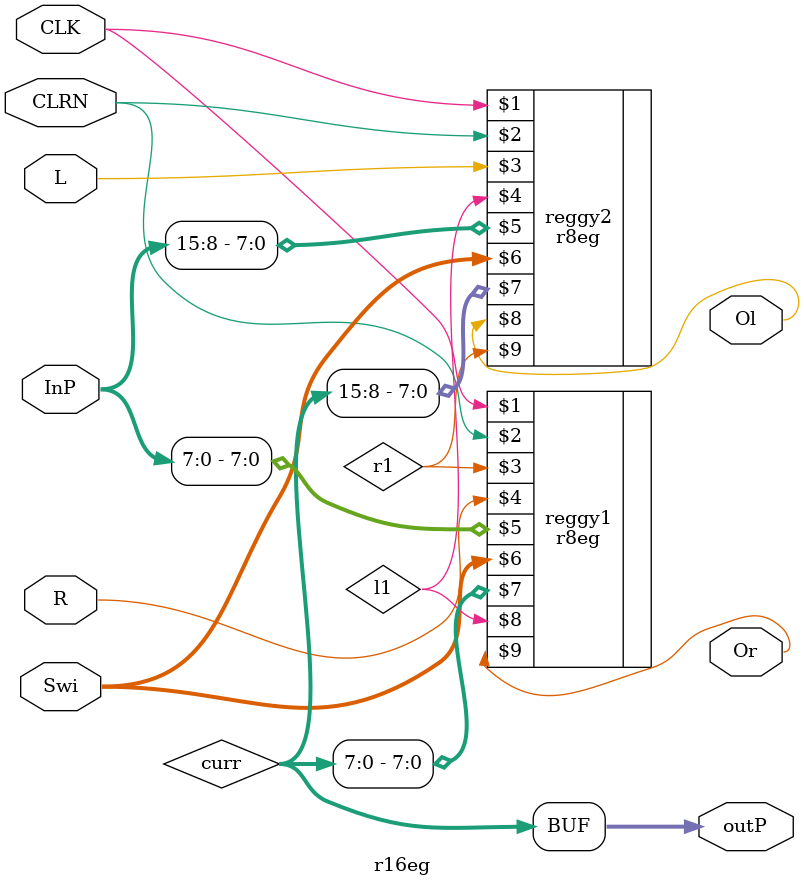
<source format=v>
module r16eg (CLK,CLRN,L,R,InP,Swi,outP,Ol,Or);
	input CLK;
	input CLRN;
	input L,R;
	input [15:0] InP;
	input [1:0] Swi;
	output [15:0] outP;
	output Ol, Or;

	wire [15:0] curr;
	wire l1,r1;

	

	r8eg reggy1 (CLK,CLRN,r1,R,InP[7:0],Swi,curr[7:0],l1,Or);
	r8eg reggy2 (CLK,CLRN,L,l1,InP[15:8],Swi,curr[15:8],Ol,r1);
	assign outP = curr;

endmodule

</source>
